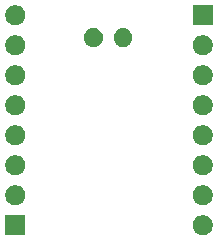
<source format=gbs>
G04 #@! TF.GenerationSoftware,KiCad,Pcbnew,9.0.0*
G04 #@! TF.CreationDate,2025-02-20T19:15:02-05:00*
G04 #@! TF.ProjectId,surfboard,73757266-626f-4617-9264-2e6b69636164,rev?*
G04 #@! TF.SameCoordinates,Original*
G04 #@! TF.FileFunction,Soldermask,Bot*
G04 #@! TF.FilePolarity,Negative*
%FSLAX46Y46*%
G04 Gerber Fmt 4.6, Leading zero omitted, Abs format (unit mm)*
G04 Created by KiCad (PCBNEW 9.0.0) date 2025-02-20 19:15:02*
%MOMM*%
%LPD*%
G01*
G04 APERTURE LIST*
G04 APERTURE END LIST*
G36*
X135851000Y-111975000D02*
G01*
X134151000Y-111975000D01*
X134151000Y-110275000D01*
X135851000Y-110275000D01*
X135851000Y-111975000D01*
G37*
G36*
X151122742Y-110311601D02*
G01*
X151276687Y-110375367D01*
X151415234Y-110467941D01*
X151533059Y-110585766D01*
X151625633Y-110724313D01*
X151689399Y-110878258D01*
X151721907Y-111041685D01*
X151721907Y-111208315D01*
X151689399Y-111371742D01*
X151625633Y-111525687D01*
X151533059Y-111664234D01*
X151415234Y-111782059D01*
X151276687Y-111874633D01*
X151122742Y-111938399D01*
X150959315Y-111970907D01*
X150792685Y-111970907D01*
X150629258Y-111938399D01*
X150475313Y-111874633D01*
X150336766Y-111782059D01*
X150218941Y-111664234D01*
X150126367Y-111525687D01*
X150062601Y-111371742D01*
X150030093Y-111208315D01*
X150030093Y-111041685D01*
X150062601Y-110878258D01*
X150126367Y-110724313D01*
X150218941Y-110585766D01*
X150336766Y-110467941D01*
X150475313Y-110375367D01*
X150629258Y-110311601D01*
X150792685Y-110279093D01*
X150959315Y-110279093D01*
X151122742Y-110311601D01*
G37*
G36*
X135247742Y-107771601D02*
G01*
X135401687Y-107835367D01*
X135540234Y-107927941D01*
X135658059Y-108045766D01*
X135750633Y-108184313D01*
X135814399Y-108338258D01*
X135846907Y-108501685D01*
X135846907Y-108668315D01*
X135814399Y-108831742D01*
X135750633Y-108985687D01*
X135658059Y-109124234D01*
X135540234Y-109242059D01*
X135401687Y-109334633D01*
X135247742Y-109398399D01*
X135084315Y-109430907D01*
X134917685Y-109430907D01*
X134754258Y-109398399D01*
X134600313Y-109334633D01*
X134461766Y-109242059D01*
X134343941Y-109124234D01*
X134251367Y-108985687D01*
X134187601Y-108831742D01*
X134155093Y-108668315D01*
X134155093Y-108501685D01*
X134187601Y-108338258D01*
X134251367Y-108184313D01*
X134343941Y-108045766D01*
X134461766Y-107927941D01*
X134600313Y-107835367D01*
X134754258Y-107771601D01*
X134917685Y-107739093D01*
X135084315Y-107739093D01*
X135247742Y-107771601D01*
G37*
G36*
X151122742Y-107771601D02*
G01*
X151276687Y-107835367D01*
X151415234Y-107927941D01*
X151533059Y-108045766D01*
X151625633Y-108184313D01*
X151689399Y-108338258D01*
X151721907Y-108501685D01*
X151721907Y-108668315D01*
X151689399Y-108831742D01*
X151625633Y-108985687D01*
X151533059Y-109124234D01*
X151415234Y-109242059D01*
X151276687Y-109334633D01*
X151122742Y-109398399D01*
X150959315Y-109430907D01*
X150792685Y-109430907D01*
X150629258Y-109398399D01*
X150475313Y-109334633D01*
X150336766Y-109242059D01*
X150218941Y-109124234D01*
X150126367Y-108985687D01*
X150062601Y-108831742D01*
X150030093Y-108668315D01*
X150030093Y-108501685D01*
X150062601Y-108338258D01*
X150126367Y-108184313D01*
X150218941Y-108045766D01*
X150336766Y-107927941D01*
X150475313Y-107835367D01*
X150629258Y-107771601D01*
X150792685Y-107739093D01*
X150959315Y-107739093D01*
X151122742Y-107771601D01*
G37*
G36*
X135247742Y-105231601D02*
G01*
X135401687Y-105295367D01*
X135540234Y-105387941D01*
X135658059Y-105505766D01*
X135750633Y-105644313D01*
X135814399Y-105798258D01*
X135846907Y-105961685D01*
X135846907Y-106128315D01*
X135814399Y-106291742D01*
X135750633Y-106445687D01*
X135658059Y-106584234D01*
X135540234Y-106702059D01*
X135401687Y-106794633D01*
X135247742Y-106858399D01*
X135084315Y-106890907D01*
X134917685Y-106890907D01*
X134754258Y-106858399D01*
X134600313Y-106794633D01*
X134461766Y-106702059D01*
X134343941Y-106584234D01*
X134251367Y-106445687D01*
X134187601Y-106291742D01*
X134155093Y-106128315D01*
X134155093Y-105961685D01*
X134187601Y-105798258D01*
X134251367Y-105644313D01*
X134343941Y-105505766D01*
X134461766Y-105387941D01*
X134600313Y-105295367D01*
X134754258Y-105231601D01*
X134917685Y-105199093D01*
X135084315Y-105199093D01*
X135247742Y-105231601D01*
G37*
G36*
X151122742Y-105231601D02*
G01*
X151276687Y-105295367D01*
X151415234Y-105387941D01*
X151533059Y-105505766D01*
X151625633Y-105644313D01*
X151689399Y-105798258D01*
X151721907Y-105961685D01*
X151721907Y-106128315D01*
X151689399Y-106291742D01*
X151625633Y-106445687D01*
X151533059Y-106584234D01*
X151415234Y-106702059D01*
X151276687Y-106794633D01*
X151122742Y-106858399D01*
X150959315Y-106890907D01*
X150792685Y-106890907D01*
X150629258Y-106858399D01*
X150475313Y-106794633D01*
X150336766Y-106702059D01*
X150218941Y-106584234D01*
X150126367Y-106445687D01*
X150062601Y-106291742D01*
X150030093Y-106128315D01*
X150030093Y-105961685D01*
X150062601Y-105798258D01*
X150126367Y-105644313D01*
X150218941Y-105505766D01*
X150336766Y-105387941D01*
X150475313Y-105295367D01*
X150629258Y-105231601D01*
X150792685Y-105199093D01*
X150959315Y-105199093D01*
X151122742Y-105231601D01*
G37*
G36*
X135247742Y-102691601D02*
G01*
X135401687Y-102755367D01*
X135540234Y-102847941D01*
X135658059Y-102965766D01*
X135750633Y-103104313D01*
X135814399Y-103258258D01*
X135846907Y-103421685D01*
X135846907Y-103588315D01*
X135814399Y-103751742D01*
X135750633Y-103905687D01*
X135658059Y-104044234D01*
X135540234Y-104162059D01*
X135401687Y-104254633D01*
X135247742Y-104318399D01*
X135084315Y-104350907D01*
X134917685Y-104350907D01*
X134754258Y-104318399D01*
X134600313Y-104254633D01*
X134461766Y-104162059D01*
X134343941Y-104044234D01*
X134251367Y-103905687D01*
X134187601Y-103751742D01*
X134155093Y-103588315D01*
X134155093Y-103421685D01*
X134187601Y-103258258D01*
X134251367Y-103104313D01*
X134343941Y-102965766D01*
X134461766Y-102847941D01*
X134600313Y-102755367D01*
X134754258Y-102691601D01*
X134917685Y-102659093D01*
X135084315Y-102659093D01*
X135247742Y-102691601D01*
G37*
G36*
X151122742Y-102691601D02*
G01*
X151276687Y-102755367D01*
X151415234Y-102847941D01*
X151533059Y-102965766D01*
X151625633Y-103104313D01*
X151689399Y-103258258D01*
X151721907Y-103421685D01*
X151721907Y-103588315D01*
X151689399Y-103751742D01*
X151625633Y-103905687D01*
X151533059Y-104044234D01*
X151415234Y-104162059D01*
X151276687Y-104254633D01*
X151122742Y-104318399D01*
X150959315Y-104350907D01*
X150792685Y-104350907D01*
X150629258Y-104318399D01*
X150475313Y-104254633D01*
X150336766Y-104162059D01*
X150218941Y-104044234D01*
X150126367Y-103905687D01*
X150062601Y-103751742D01*
X150030093Y-103588315D01*
X150030093Y-103421685D01*
X150062601Y-103258258D01*
X150126367Y-103104313D01*
X150218941Y-102965766D01*
X150336766Y-102847941D01*
X150475313Y-102755367D01*
X150629258Y-102691601D01*
X150792685Y-102659093D01*
X150959315Y-102659093D01*
X151122742Y-102691601D01*
G37*
G36*
X135247742Y-100151601D02*
G01*
X135401687Y-100215367D01*
X135540234Y-100307941D01*
X135658059Y-100425766D01*
X135750633Y-100564313D01*
X135814399Y-100718258D01*
X135846907Y-100881685D01*
X135846907Y-101048315D01*
X135814399Y-101211742D01*
X135750633Y-101365687D01*
X135658059Y-101504234D01*
X135540234Y-101622059D01*
X135401687Y-101714633D01*
X135247742Y-101778399D01*
X135084315Y-101810907D01*
X134917685Y-101810907D01*
X134754258Y-101778399D01*
X134600313Y-101714633D01*
X134461766Y-101622059D01*
X134343941Y-101504234D01*
X134251367Y-101365687D01*
X134187601Y-101211742D01*
X134155093Y-101048315D01*
X134155093Y-100881685D01*
X134187601Y-100718258D01*
X134251367Y-100564313D01*
X134343941Y-100425766D01*
X134461766Y-100307941D01*
X134600313Y-100215367D01*
X134754258Y-100151601D01*
X134917685Y-100119093D01*
X135084315Y-100119093D01*
X135247742Y-100151601D01*
G37*
G36*
X151122742Y-100151601D02*
G01*
X151276687Y-100215367D01*
X151415234Y-100307941D01*
X151533059Y-100425766D01*
X151625633Y-100564313D01*
X151689399Y-100718258D01*
X151721907Y-100881685D01*
X151721907Y-101048315D01*
X151689399Y-101211742D01*
X151625633Y-101365687D01*
X151533059Y-101504234D01*
X151415234Y-101622059D01*
X151276687Y-101714633D01*
X151122742Y-101778399D01*
X150959315Y-101810907D01*
X150792685Y-101810907D01*
X150629258Y-101778399D01*
X150475313Y-101714633D01*
X150336766Y-101622059D01*
X150218941Y-101504234D01*
X150126367Y-101365687D01*
X150062601Y-101211742D01*
X150030093Y-101048315D01*
X150030093Y-100881685D01*
X150062601Y-100718258D01*
X150126367Y-100564313D01*
X150218941Y-100425766D01*
X150336766Y-100307941D01*
X150475313Y-100215367D01*
X150629258Y-100151601D01*
X150792685Y-100119093D01*
X150959315Y-100119093D01*
X151122742Y-100151601D01*
G37*
G36*
X135247742Y-97611601D02*
G01*
X135401687Y-97675367D01*
X135540234Y-97767941D01*
X135658059Y-97885766D01*
X135750633Y-98024313D01*
X135814399Y-98178258D01*
X135846907Y-98341685D01*
X135846907Y-98508315D01*
X135814399Y-98671742D01*
X135750633Y-98825687D01*
X135658059Y-98964234D01*
X135540234Y-99082059D01*
X135401687Y-99174633D01*
X135247742Y-99238399D01*
X135084315Y-99270907D01*
X134917685Y-99270907D01*
X134754258Y-99238399D01*
X134600313Y-99174633D01*
X134461766Y-99082059D01*
X134343941Y-98964234D01*
X134251367Y-98825687D01*
X134187601Y-98671742D01*
X134155093Y-98508315D01*
X134155093Y-98341685D01*
X134187601Y-98178258D01*
X134251367Y-98024313D01*
X134343941Y-97885766D01*
X134461766Y-97767941D01*
X134600313Y-97675367D01*
X134754258Y-97611601D01*
X134917685Y-97579093D01*
X135084315Y-97579093D01*
X135247742Y-97611601D01*
G37*
G36*
X151122742Y-97611601D02*
G01*
X151276687Y-97675367D01*
X151415234Y-97767941D01*
X151533059Y-97885766D01*
X151625633Y-98024313D01*
X151689399Y-98178258D01*
X151721907Y-98341685D01*
X151721907Y-98508315D01*
X151689399Y-98671742D01*
X151625633Y-98825687D01*
X151533059Y-98964234D01*
X151415234Y-99082059D01*
X151276687Y-99174633D01*
X151122742Y-99238399D01*
X150959315Y-99270907D01*
X150792685Y-99270907D01*
X150629258Y-99238399D01*
X150475313Y-99174633D01*
X150336766Y-99082059D01*
X150218941Y-98964234D01*
X150126367Y-98825687D01*
X150062601Y-98671742D01*
X150030093Y-98508315D01*
X150030093Y-98341685D01*
X150062601Y-98178258D01*
X150126367Y-98024313D01*
X150218941Y-97885766D01*
X150336766Y-97767941D01*
X150475313Y-97675367D01*
X150629258Y-97611601D01*
X150792685Y-97579093D01*
X150959315Y-97579093D01*
X151122742Y-97611601D01*
G37*
G36*
X135247742Y-95071601D02*
G01*
X135401687Y-95135367D01*
X135540234Y-95227941D01*
X135658059Y-95345766D01*
X135750633Y-95484313D01*
X135814399Y-95638258D01*
X135846907Y-95801685D01*
X135846907Y-95968315D01*
X135814399Y-96131742D01*
X135750633Y-96285687D01*
X135658059Y-96424234D01*
X135540234Y-96542059D01*
X135401687Y-96634633D01*
X135247742Y-96698399D01*
X135084315Y-96730907D01*
X134917685Y-96730907D01*
X134754258Y-96698399D01*
X134600313Y-96634633D01*
X134461766Y-96542059D01*
X134343941Y-96424234D01*
X134251367Y-96285687D01*
X134187601Y-96131742D01*
X134155093Y-95968315D01*
X134155093Y-95801685D01*
X134187601Y-95638258D01*
X134251367Y-95484313D01*
X134343941Y-95345766D01*
X134461766Y-95227941D01*
X134600313Y-95135367D01*
X134754258Y-95071601D01*
X134917685Y-95039093D01*
X135084315Y-95039093D01*
X135247742Y-95071601D01*
G37*
G36*
X151122742Y-95071601D02*
G01*
X151276687Y-95135367D01*
X151415234Y-95227941D01*
X151533059Y-95345766D01*
X151625633Y-95484313D01*
X151689399Y-95638258D01*
X151721907Y-95801685D01*
X151721907Y-95968315D01*
X151689399Y-96131742D01*
X151625633Y-96285687D01*
X151533059Y-96424234D01*
X151415234Y-96542059D01*
X151276687Y-96634633D01*
X151122742Y-96698399D01*
X150959315Y-96730907D01*
X150792685Y-96730907D01*
X150629258Y-96698399D01*
X150475313Y-96634633D01*
X150336766Y-96542059D01*
X150218941Y-96424234D01*
X150126367Y-96285687D01*
X150062601Y-96131742D01*
X150030093Y-95968315D01*
X150030093Y-95801685D01*
X150062601Y-95638258D01*
X150126367Y-95484313D01*
X150218941Y-95345766D01*
X150336766Y-95227941D01*
X150475313Y-95135367D01*
X150629258Y-95071601D01*
X150792685Y-95039093D01*
X150959315Y-95039093D01*
X151122742Y-95071601D01*
G37*
G36*
X141857228Y-94469448D02*
G01*
X142002117Y-94529463D01*
X142132515Y-94616592D01*
X142243408Y-94727485D01*
X142330537Y-94857883D01*
X142390552Y-95002772D01*
X142421148Y-95156586D01*
X142421148Y-95313414D01*
X142390552Y-95467228D01*
X142330537Y-95612117D01*
X142243408Y-95742515D01*
X142132515Y-95853408D01*
X142002117Y-95940537D01*
X141857228Y-96000552D01*
X141703414Y-96031148D01*
X141546586Y-96031148D01*
X141392772Y-96000552D01*
X141247883Y-95940537D01*
X141117485Y-95853408D01*
X141006592Y-95742515D01*
X140919463Y-95612117D01*
X140859448Y-95467228D01*
X140828852Y-95313414D01*
X140828852Y-95156586D01*
X140859448Y-95002772D01*
X140919463Y-94857883D01*
X141006592Y-94727485D01*
X141117485Y-94616592D01*
X141247883Y-94529463D01*
X141392772Y-94469448D01*
X141546586Y-94438852D01*
X141703414Y-94438852D01*
X141857228Y-94469448D01*
G37*
G36*
X144357228Y-94469448D02*
G01*
X144502117Y-94529463D01*
X144632515Y-94616592D01*
X144743408Y-94727485D01*
X144830537Y-94857883D01*
X144890552Y-95002772D01*
X144921148Y-95156586D01*
X144921148Y-95313414D01*
X144890552Y-95467228D01*
X144830537Y-95612117D01*
X144743408Y-95742515D01*
X144632515Y-95853408D01*
X144502117Y-95940537D01*
X144357228Y-96000552D01*
X144203414Y-96031148D01*
X144046586Y-96031148D01*
X143892772Y-96000552D01*
X143747883Y-95940537D01*
X143617485Y-95853408D01*
X143506592Y-95742515D01*
X143419463Y-95612117D01*
X143359448Y-95467228D01*
X143328852Y-95313414D01*
X143328852Y-95156586D01*
X143359448Y-95002772D01*
X143419463Y-94857883D01*
X143506592Y-94727485D01*
X143617485Y-94616592D01*
X143747883Y-94529463D01*
X143892772Y-94469448D01*
X144046586Y-94438852D01*
X144203414Y-94438852D01*
X144357228Y-94469448D01*
G37*
G36*
X151726000Y-94195000D02*
G01*
X150026000Y-94195000D01*
X150026000Y-92495000D01*
X151726000Y-92495000D01*
X151726000Y-94195000D01*
G37*
G36*
X135247742Y-92531601D02*
G01*
X135401687Y-92595367D01*
X135540234Y-92687941D01*
X135658059Y-92805766D01*
X135750633Y-92944313D01*
X135814399Y-93098258D01*
X135846907Y-93261685D01*
X135846907Y-93428315D01*
X135814399Y-93591742D01*
X135750633Y-93745687D01*
X135658059Y-93884234D01*
X135540234Y-94002059D01*
X135401687Y-94094633D01*
X135247742Y-94158399D01*
X135084315Y-94190907D01*
X134917685Y-94190907D01*
X134754258Y-94158399D01*
X134600313Y-94094633D01*
X134461766Y-94002059D01*
X134343941Y-93884234D01*
X134251367Y-93745687D01*
X134187601Y-93591742D01*
X134155093Y-93428315D01*
X134155093Y-93261685D01*
X134187601Y-93098258D01*
X134251367Y-92944313D01*
X134343941Y-92805766D01*
X134461766Y-92687941D01*
X134600313Y-92595367D01*
X134754258Y-92531601D01*
X134917685Y-92499093D01*
X135084315Y-92499093D01*
X135247742Y-92531601D01*
G37*
M02*

</source>
